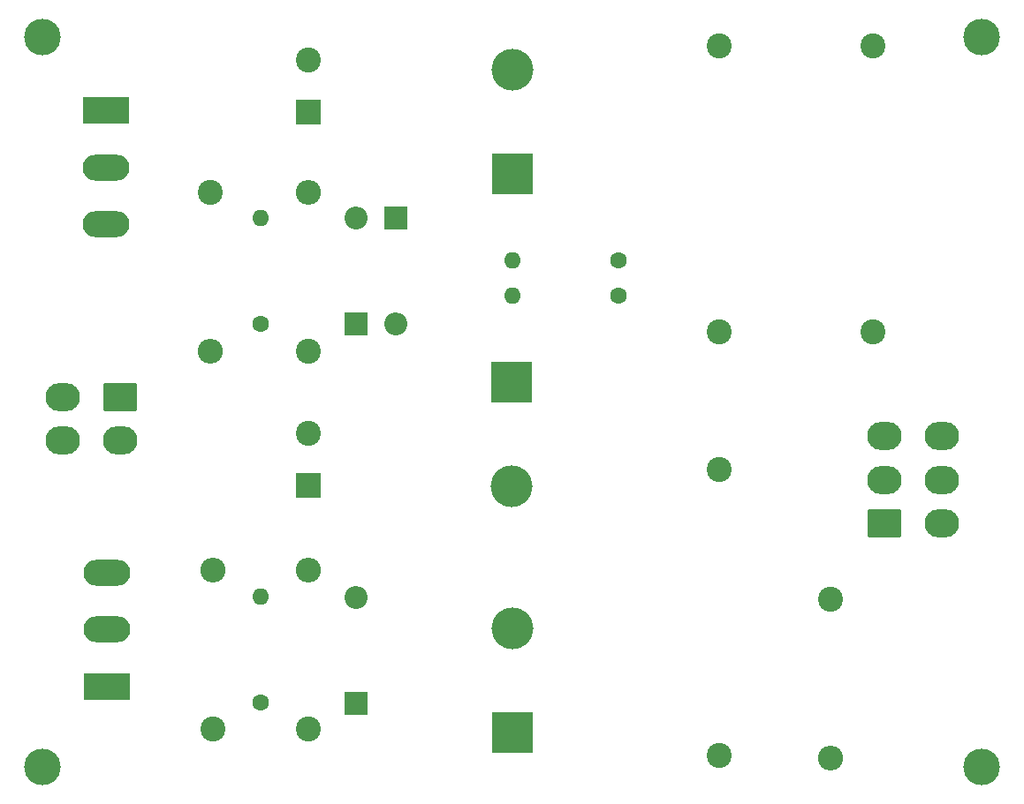
<source format=gbr>
G04 #@! TF.GenerationSoftware,KiCad,Pcbnew,8.0.5*
G04 #@! TF.CreationDate,2024-11-20T22:58:00+01:00*
G04 #@! TF.ProjectId,Anoden_Stabi,416e6f64-656e-45f5-9374-6162692e6b69,rev?*
G04 #@! TF.SameCoordinates,Original*
G04 #@! TF.FileFunction,Soldermask,Bot*
G04 #@! TF.FilePolarity,Negative*
%FSLAX46Y46*%
G04 Gerber Fmt 4.6, Leading zero omitted, Abs format (unit mm)*
G04 Created by KiCad (PCBNEW 8.0.5) date 2024-11-20 22:58:00*
%MOMM*%
%LPD*%
G01*
G04 APERTURE LIST*
G04 Aperture macros list*
%AMRoundRect*
0 Rectangle with rounded corners*
0 $1 Rounding radius*
0 $2 $3 $4 $5 $6 $7 $8 $9 X,Y pos of 4 corners*
0 Add a 4 corners polygon primitive as box body*
4,1,4,$2,$3,$4,$5,$6,$7,$8,$9,$2,$3,0*
0 Add four circle primitives for the rounded corners*
1,1,$1+$1,$2,$3*
1,1,$1+$1,$4,$5*
1,1,$1+$1,$6,$7*
1,1,$1+$1,$8,$9*
0 Add four rect primitives between the rounded corners*
20,1,$1+$1,$2,$3,$4,$5,0*
20,1,$1+$1,$4,$5,$6,$7,0*
20,1,$1+$1,$6,$7,$8,$9,0*
20,1,$1+$1,$8,$9,$2,$3,0*%
G04 Aperture macros list end*
%ADD10C,2.400000*%
%ADD11O,2.400000X2.400000*%
%ADD12R,4.000000X4.000000*%
%ADD13C,4.000000*%
%ADD14R,2.200000X2.200000*%
%ADD15O,2.200000X2.200000*%
%ADD16R,4.500000X2.500000*%
%ADD17O,4.500000X2.500000*%
%ADD18C,1.600000*%
%ADD19O,1.600000X1.600000*%
%ADD20R,2.400000X2.400000*%
%ADD21RoundRect,0.250001X1.399999X-1.099999X1.399999X1.099999X-1.399999X1.099999X-1.399999X-1.099999X0*%
%ADD22O,3.300000X2.700000*%
%ADD23C,3.500120*%
%ADD24RoundRect,0.250001X-1.399999X1.099999X-1.399999X-1.099999X1.399999X-1.099999X1.399999X1.099999X0*%
G04 APERTURE END LIST*
D10*
X156718000Y-107442000D03*
D11*
X156718000Y-122682000D03*
D10*
X106680000Y-119888000D03*
D11*
X106680000Y-104648000D03*
D10*
X97536000Y-119888000D03*
D11*
X97536000Y-104648000D03*
D10*
X106680000Y-83693000D03*
D11*
X106680000Y-68453000D03*
D10*
X97282000Y-68453000D03*
D11*
X97282000Y-83693000D03*
D12*
X126238000Y-120227832D03*
D13*
X126238000Y-110227832D03*
D12*
X126170150Y-86614000D03*
D13*
X126170150Y-96614000D03*
D12*
X126238000Y-66633832D03*
D13*
X126238000Y-56633832D03*
D14*
X111252000Y-117475000D03*
D15*
X111252000Y-107315000D03*
D16*
X87255000Y-60590000D03*
D17*
X87255000Y-66040000D03*
X87255000Y-71490000D03*
D18*
X102108000Y-81026000D03*
D19*
X102108000Y-70866000D03*
D18*
X102108000Y-117348000D03*
D19*
X102108000Y-107188000D03*
D18*
X136398000Y-78359000D03*
D19*
X126238000Y-78359000D03*
D20*
X106680000Y-60706000D03*
D10*
X106680000Y-55706000D03*
X106680000Y-91557959D03*
D20*
X106680000Y-96557959D03*
D21*
X161850000Y-100212000D03*
D22*
X161850000Y-96012000D03*
X161850000Y-91812000D03*
X167350000Y-100212000D03*
X167350000Y-96012000D03*
X167350000Y-91812000D03*
D23*
X81201260Y-53522880D03*
X81201260Y-123522740D03*
X171201080Y-53522880D03*
X171201080Y-123522740D03*
D10*
X146050000Y-94996000D03*
X146050000Y-122496000D03*
X146050000Y-54356000D03*
X146050000Y-81856000D03*
D14*
X111252000Y-81026000D03*
D15*
X111252000Y-70866000D03*
D14*
X115062000Y-70866000D03*
D15*
X115062000Y-81026000D03*
D10*
X160782000Y-54356000D03*
X160782000Y-81856000D03*
D18*
X136398000Y-74930000D03*
D19*
X126238000Y-74930000D03*
D16*
X87382000Y-115813000D03*
D17*
X87382000Y-110363000D03*
X87382000Y-104913000D03*
D24*
X88594000Y-88070000D03*
D22*
X88594000Y-92270000D03*
X83094000Y-88070000D03*
X83094000Y-92270000D03*
M02*

</source>
